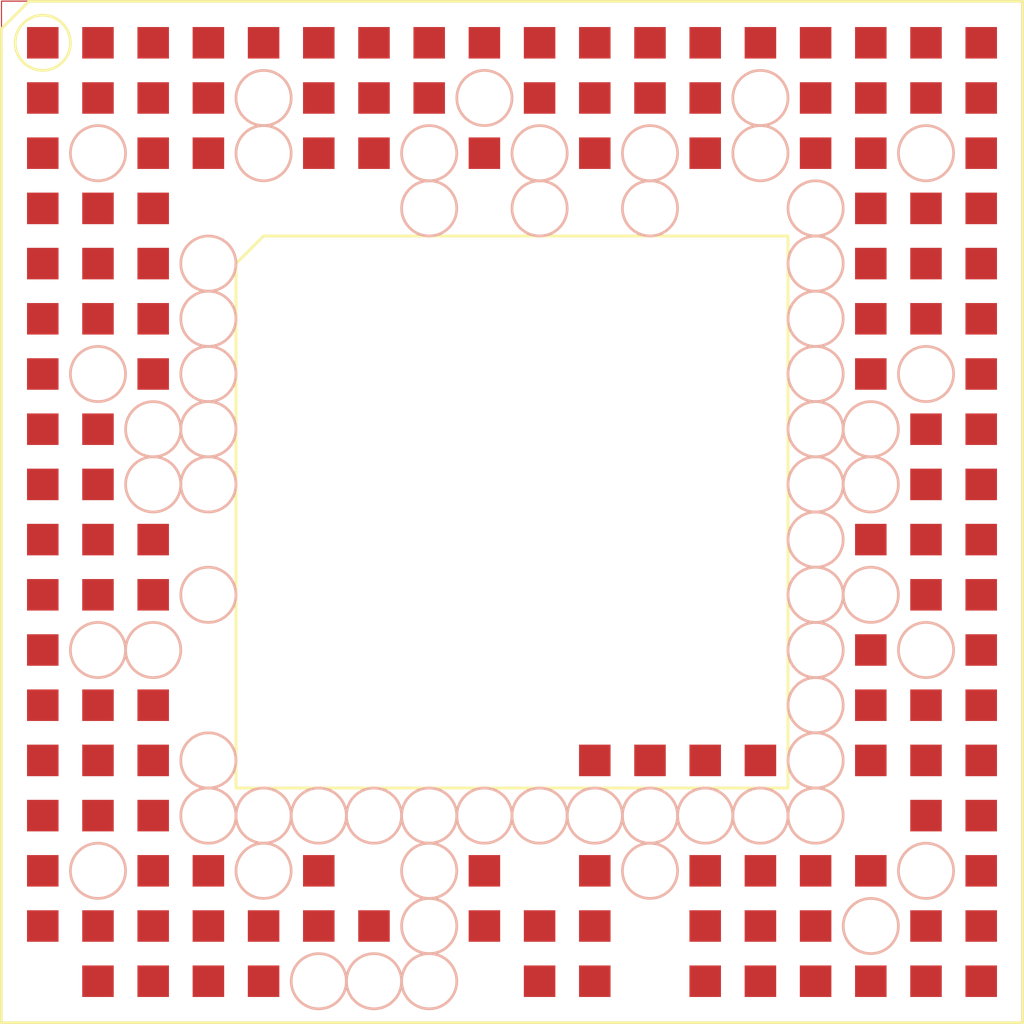
<source format=kicad_pcb>
(kicad_pcb (version 20171130) (host pcbnew 5.1.9)

  (general
    (thickness 1.6)
    (drawings 4)
    (tracks 0)
    (zones 0)
    (modules 2)
    (nets 6)
  )

  (page A4)
  (layers
    (0 Top signal)
    (31 Bottom signal)
    (32 B.Adhes user)
    (33 F.Adhes user)
    (34 B.Paste user)
    (35 F.Paste user)
    (36 B.SilkS user)
    (37 F.SilkS user)
    (38 B.Mask user)
    (39 F.Mask user)
    (40 Dwgs.User user)
    (41 Cmts.User user)
    (42 Eco1.User user)
    (43 Eco2.User user)
    (44 Edge.Cuts user)
    (45 Margin user)
    (46 B.CrtYd user)
    (47 F.CrtYd user)
    (48 B.Fab user)
    (49 F.Fab user)
  )

  (setup
    (last_trace_width 0.25)
    (user_trace_width 1.2)
    (user_trace_width 2)
    (user_trace_width 2.54)
    (user_trace_width 3)
    (user_trace_width 4)
    (trace_clearance 0.1524)
    (zone_clearance 0.000001)
    (zone_45_only yes)
    (trace_min 0.2)
    (via_size 0.8)
    (via_drill 0.4)
    (via_min_size 0.4)
    (via_min_drill 0.3)
    (uvia_size 0.3)
    (uvia_drill 0.1)
    (uvias_allowed no)
    (uvia_min_size 0.2)
    (uvia_min_drill 0.1)
    (edge_width 0.05)
    (segment_width 0.2)
    (pcb_text_width 0.3)
    (pcb_text_size 1.5 1.5)
    (mod_edge_width 0.12)
    (mod_text_size 1 1)
    (mod_text_width 0.15)
    (pad_size 0.9 0.4)
    (pad_drill 0)
    (pad_to_mask_clearance 0)
    (aux_axis_origin 0 0)
    (visible_elements FFFFFF7F)
    (pcbplotparams
      (layerselection 0x010fc_ffffffff)
      (usegerberextensions true)
      (usegerberattributes true)
      (usegerberadvancedattributes false)
      (creategerberjobfile false)
      (excludeedgelayer false)
      (linewidth 0.150000)
      (plotframeref false)
      (viasonmask false)
      (mode 1)
      (useauxorigin true)
      (hpglpennumber 1)
      (hpglpenspeed 20)
      (hpglpendiameter 15.000000)
      (psnegative false)
      (psa4output false)
      (plotreference true)
      (plotvalue true)
      (plotinvisibletext false)
      (padsonsilk false)
      (subtractmaskfromsilk false)
      (outputformat 1)
      (mirror false)
      (drillshape 0)
      (scaleselection 1)
      (outputdirectory "Gerber2/"))
  )

  (net 0 "")
  (net 1 GND)
  (net 2 IPL2)
  (net 3 IPL1)
  (net 4 IPL0)
  (net 5 CLKEN)

  (net_class Default "This is the default net class."
    (clearance 0.1524)
    (trace_width 0.25)
    (via_dia 0.8)
    (via_drill 0.4)
    (uvia_dia 0.3)
    (uvia_drill 0.1)
    (add_net CLKEN)
    (add_net GND)
    (add_net IPL0)
    (add_net IPL1)
    (add_net IPL2)
  )

  (module combined3:4-PIN-1.4HOLES (layer Top) (tedit 609A39F4) (tstamp 5DAE4A7D)
    (at 134.1392 126.076 180)
    (fp_text reference U4$1 (at 0 0 180) (layer F.SilkS) hide
      (effects (font (size 1.27 1.27) (thickness 0.15)) (justify right top))
    )
    (fp_text value 4POL (at 0 0 180) (layer F.SilkS) hide
      (effects (font (size 1.27 1.27) (thickness 0.15)) (justify right top))
    )
    (pad P4$4 smd rect (at -4.81 -1 180) (size 1.45 1.45) (layers Top F.Paste F.Mask)
      (net 2 IPL2) (solder_mask_margin 0.0762))
    (pad P4$3 smd rect (at -7.35 -1 180) (size 1.45 1.45) (layers Top F.Paste F.Mask)
      (net 3 IPL1) (solder_mask_margin 0.0762))
    (pad P4$2 smd rect (at -9.89 -1 180) (size 1.45 1.45) (layers Top F.Paste F.Mask)
      (net 4 IPL0) (solder_mask_margin 0.0762))
    (pad P4$1 smd rect (at -12.43 -1 180) (size 1.45 1.45) (layers Top F.Paste F.Mask)
      (net 5 CLKEN) (solder_mask_margin 0.0762))
  )

  (module Top_68060_mk2a:PGA206_BIG (layer Top) (tedit 609A39C6) (tstamp 5DAE47C2)
    (at 135.1392 115.646)
    (fp_text reference IC3 (at -22.225 -24.13 180) (layer F.SilkS) hide
      (effects (font (size 1.6891 1.6891) (thickness 0.1778)) (justify left top))
    )
    (fp_text value MC68060RCPGA_BIG (at -10.795 0.635 180) (layer F.Fab) hide
      (effects (font (size 1.6891 1.6891) (thickness 0.1778)) (justify left top))
    )
    (fp_circle (center -21.59 -21.59) (end -20.32 -21.59) (layer F.SilkS) (width 0.127))
    (fp_circle (center -13.97 11.43) (end -12.7 11.43) (layer B.SilkS) (width 0.127))
    (fp_circle (center 13.97 11.43) (end 15.24 11.43) (layer B.SilkS) (width 0.127))
    (fp_circle (center 13.97 8.89) (end 15.24 8.89) (layer B.SilkS) (width 0.127))
    (fp_circle (center 13.97 6.35) (end 15.24 6.35) (layer B.SilkS) (width 0.127))
    (fp_circle (center 13.97 3.81) (end 15.24 3.81) (layer B.SilkS) (width 0.127))
    (fp_circle (center 13.97 1.27) (end 15.24 1.27) (layer B.SilkS) (width 0.127))
    (fp_circle (center 13.97 -1.27) (end 15.24 -1.27) (layer B.SilkS) (width 0.127))
    (fp_circle (center 13.97 -3.81) (end 15.24 -3.81) (layer B.SilkS) (width 0.127))
    (fp_circle (center 13.97 -6.35) (end 15.24 -6.35) (layer B.SilkS) (width 0.127))
    (fp_circle (center 13.97 -8.89) (end 15.24 -8.89) (layer B.SilkS) (width 0.127))
    (fp_circle (center 13.97 -11.43) (end 15.24 -11.43) (layer B.SilkS) (width 0.127))
    (fp_circle (center 13.97 13.97) (end 15.24 13.97) (layer B.SilkS) (width 0.127))
    (fp_circle (center 11.43 13.97) (end 12.7 13.97) (layer B.SilkS) (width 0.127))
    (fp_circle (center 8.89 13.97) (end 10.16 13.97) (layer B.SilkS) (width 0.127))
    (fp_circle (center 6.35 13.97) (end 7.62 13.97) (layer B.SilkS) (width 0.127))
    (fp_circle (center 3.81 13.97) (end 5.08 13.97) (layer B.SilkS) (width 0.127))
    (fp_circle (center 1.27 13.97) (end 2.54 13.97) (layer B.SilkS) (width 0.127))
    (fp_circle (center -1.27 13.97) (end 0 13.97) (layer B.SilkS) (width 0.127))
    (fp_circle (center -3.81 13.97) (end -2.54 13.97) (layer B.SilkS) (width 0.127))
    (fp_circle (center -6.35 13.97) (end -5.08 13.97) (layer B.SilkS) (width 0.127))
    (fp_circle (center -8.89 13.97) (end -7.62 13.97) (layer B.SilkS) (width 0.127))
    (fp_circle (center -11.43 13.97) (end -10.16 13.97) (layer B.SilkS) (width 0.127))
    (fp_circle (center -13.97 13.97) (end -12.7 13.97) (layer B.SilkS) (width 0.127))
    (fp_circle (center -13.97 3.81) (end -12.7 3.81) (layer B.SilkS) (width 0.127))
    (fp_circle (center -13.97 -1.27) (end -12.7 -1.27) (layer B.SilkS) (width 0.127))
    (fp_circle (center -13.97 -3.81) (end -12.7 -3.81) (layer B.SilkS) (width 0.127))
    (fp_circle (center -13.97 -6.35) (end -12.7 -6.35) (layer B.SilkS) (width 0.127))
    (fp_circle (center -13.97 -8.89) (end -12.7 -8.89) (layer B.SilkS) (width 0.127))
    (fp_circle (center -13.97 -11.43) (end -12.7 -11.43) (layer B.SilkS) (width 0.127))
    (fp_circle (center 13.97 -13.97) (end 15.24 -13.97) (layer B.SilkS) (width 0.127))
    (fp_circle (center 6.35 -13.97) (end 7.62 -13.97) (layer B.SilkS) (width 0.127))
    (fp_circle (center 1.27 -13.97) (end 2.54 -13.97) (layer B.SilkS) (width 0.127))
    (fp_circle (center -3.81 -13.97) (end -2.54 -13.97) (layer B.SilkS) (width 0.127))
    (fp_circle (center 19.05 -6.35) (end 20.32 -6.35) (layer B.SilkS) (width 0.127))
    (fp_circle (center 19.05 6.35) (end 20.32 6.35) (layer B.SilkS) (width 0.127))
    (fp_circle (center 19.05 16.51) (end 20.32 16.51) (layer B.SilkS) (width 0.127))
    (fp_circle (center 16.51 19.05) (end 17.78 19.05) (layer B.SilkS) (width 0.127))
    (fp_circle (center 16.51 3.81) (end 17.78 3.81) (layer B.SilkS) (width 0.127))
    (fp_circle (center 16.51 -1.27) (end 17.78 -1.27) (layer B.SilkS) (width 0.127))
    (fp_circle (center 16.51 -3.81) (end 17.78 -3.81) (layer B.SilkS) (width 0.127))
    (fp_circle (center 19.05 -16.51) (end 20.32 -16.51) (layer B.SilkS) (width 0.127))
    (fp_circle (center 11.43 -16.51) (end 12.7 -16.51) (layer B.SilkS) (width 0.127))
    (fp_circle (center 11.43 -19.05) (end 12.7 -19.05) (layer B.SilkS) (width 0.127))
    (fp_circle (center -19.05 16.51) (end -17.78 16.51) (layer B.SilkS) (width 0.127))
    (fp_circle (center -11.43 16.51) (end -10.16 16.51) (layer B.SilkS) (width 0.127))
    (fp_circle (center -3.81 16.51) (end -2.54 16.51) (layer B.SilkS) (width 0.127))
    (fp_circle (center -3.81 19.05) (end -2.54 19.05) (layer B.SilkS) (width 0.127))
    (fp_circle (center 6.35 16.51) (end 7.62 16.51) (layer B.SilkS) (width 0.127))
    (fp_circle (center -16.51 -3.81) (end -15.24 -3.81) (layer B.SilkS) (width 0.127))
    (fp_circle (center -16.51 -1.27) (end -15.24 -1.27) (layer B.SilkS) (width 0.127))
    (fp_circle (center -16.51 6.35) (end -15.24 6.35) (layer B.SilkS) (width 0.127))
    (fp_circle (center -19.05 -16.51) (end -17.78 -16.51) (layer B.SilkS) (width 0.127))
    (fp_circle (center -11.43 -16.51) (end -10.16 -16.51) (layer B.SilkS) (width 0.127))
    (fp_circle (center -3.81 -16.51) (end -2.54 -16.51) (layer B.SilkS) (width 0.127))
    (fp_circle (center 1.27 -16.51) (end 2.54 -16.51) (layer B.SilkS) (width 0.127))
    (fp_circle (center 6.35 -16.51) (end 7.62 -16.51) (layer B.SilkS) (width 0.127))
    (fp_circle (center -8.89 21.59) (end -7.62 21.59) (layer B.SilkS) (width 0.127))
    (fp_circle (center -6.35 21.59) (end -5.08 21.59) (layer B.SilkS) (width 0.127))
    (fp_circle (center -3.81 21.59) (end -2.54 21.59) (layer B.SilkS) (width 0.127))
    (fp_circle (center -19.05 -6.35) (end -17.78 -6.35) (layer B.SilkS) (width 0.127))
    (fp_circle (center -19.05 6.35) (end -17.78 6.35) (layer B.SilkS) (width 0.127))
    (fp_circle (center -1.27 -19.05) (end 0 -19.05) (layer B.SilkS) (width 0.127))
    (fp_circle (center -11.43 -19.05) (end -10.16 -19.05) (layer B.SilkS) (width 0.127))
    (fp_line (start -12.7 -11.43) (end -12.7 12.7) (layer F.SilkS) (width 0.127))
    (fp_line (start -11.43 -12.7) (end -12.7 -11.43) (layer F.SilkS) (width 0.127))
    (fp_line (start -11.43 -12.7) (end 12.7 -12.7) (layer F.SilkS) (width 0.127))
    (fp_line (start 12.7 12.7) (end 12.7 -12.7) (layer F.SilkS) (width 0.127))
    (fp_line (start 12.7 12.7) (end -12.7 12.7) (layer F.SilkS) (width 0.127))
    (fp_line (start -23.495 -22.225) (end -22.225 -23.495) (layer F.SilkS) (width 0.127))
    (fp_line (start -23.495 23.495) (end -23.495 -22.225) (layer F.SilkS) (width 0.127))
    (fp_line (start 23.495 23.495) (end -23.495 23.495) (layer F.SilkS) (width 0.127))
    (fp_line (start 23.495 -23.495) (end 23.495 23.495) (layer F.SilkS) (width 0.127))
    (fp_line (start -22.225 -23.495) (end 23.495 -23.495) (layer F.SilkS) (width 0.127))
    (pad A18 smd rect (at 21.59 -21.59) (size 1.45 1.45) (layers Top F.Paste F.Mask)
      (solder_mask_margin 0.0762))
    (pad T18 smd rect (at 21.59 21.59) (size 1.45 1.45) (layers Top F.Paste F.Mask)
      (solder_mask_margin 0.0762))
    (pad S14 smd rect (at 11.43 19.05) (size 1.45 1.45) (layers Top F.Paste F.Mask)
      (solder_mask_margin 0.0762))
    (pad T14 smd rect (at 11.43 21.59) (size 1.45 1.45) (layers Top F.Paste F.Mask)
      (solder_mask_margin 0.0762))
    (pad T15 smd rect (at 13.97 21.59) (size 1.45 1.45) (layers Top F.Paste F.Mask)
      (solder_mask_margin 0.0762))
    (pad S15 smd rect (at 13.97 19.05) (size 1.45 1.45) (layers Top F.Paste F.Mask)
      (net 1 GND) (solder_mask_margin 0.0762))
    (pad R15 smd rect (at 13.97 16.51) (size 1.45 1.45) (layers Top F.Paste F.Mask)
      (solder_mask_margin 0.0762))
    (pad R14 smd rect (at 11.43 16.51) (size 1.45 1.45) (layers Top F.Paste F.Mask)
      (solder_mask_margin 0.0762))
    (pad S18 smd rect (at 21.59 19.05) (size 1.45 1.45) (layers Top F.Paste F.Mask)
      (solder_mask_margin 0.0762))
    (pad R18 smd rect (at 21.59 16.51) (size 1.45 1.45) (layers Top F.Paste F.Mask)
      (solder_mask_margin 0.0762))
    (pad Q18 smd rect (at 21.59 13.97) (size 1.45 1.45) (layers Top F.Paste F.Mask)
      (solder_mask_margin 0.0762))
    (pad P18 smd rect (at 21.59 11.43) (size 1.45 1.45) (layers Top F.Paste F.Mask)
      (solder_mask_margin 0.0762))
    (pad N18 smd rect (at 21.59 8.89) (size 1.45 1.45) (layers Top F.Paste F.Mask)
      (solder_mask_margin 0.0762))
    (pad M18 smd rect (at 21.59 6.35) (size 1.45 1.45) (layers Top F.Paste F.Mask)
      (solder_mask_margin 0.0762))
    (pad L18 smd rect (at 21.59 3.81) (size 1.45 1.45) (layers Top F.Paste F.Mask)
      (solder_mask_margin 0.0762))
    (pad K18 smd rect (at 21.59 1.27) (size 1.45 1.45) (layers Top F.Paste F.Mask)
      (solder_mask_margin 0.0762))
    (pad J18 smd rect (at 21.59 -1.27) (size 1.45 1.45) (layers Top F.Paste F.Mask)
      (solder_mask_margin 0.0762))
    (pad H18 smd rect (at 21.59 -3.81) (size 1.45 1.45) (layers Top F.Paste F.Mask)
      (solder_mask_margin 0.0762))
    (pad G18 smd rect (at 21.59 -6.35) (size 1.45 1.45) (layers Top F.Paste F.Mask)
      (solder_mask_margin 0.0762))
    (pad H17 smd rect (at 19.05 -3.81) (size 1.45 1.45) (layers Top F.Paste F.Mask)
      (net 1 GND) (solder_mask_margin 0.0762))
    (pad J17 smd rect (at 19.05 -1.27) (size 1.45 1.45) (layers Top F.Paste F.Mask)
      (solder_mask_margin 0.0762))
    (pad K17 smd rect (at 19.05 1.27) (size 1.45 1.45) (layers Top F.Paste F.Mask)
      (solder_mask_margin 0.0762))
    (pad L17 smd rect (at 19.05 3.81) (size 1.45 1.45) (layers Top F.Paste F.Mask)
      (net 1 GND) (solder_mask_margin 0.0762))
    (pad N17 smd rect (at 19.05 8.89) (size 1.45 1.45) (layers Top F.Paste F.Mask)
      (net 1 GND) (solder_mask_margin 0.0762))
    (pad P17 smd rect (at 19.05 11.43) (size 1.45 1.45) (layers Top F.Paste F.Mask)
      (solder_mask_margin 0.0762))
    (pad Q17 smd rect (at 19.05 13.97) (size 1.45 1.45) (layers Top F.Paste F.Mask)
      (net 1 GND) (solder_mask_margin 0.0762))
    (pad S17 smd rect (at 19.05 19.05) (size 1.45 1.45) (layers Top F.Paste F.Mask)
      (net 1 GND) (solder_mask_margin 0.0762))
    (pad T17 smd rect (at 19.05 21.59) (size 1.45 1.45) (layers Top F.Paste F.Mask)
      (solder_mask_margin 0.0762))
    (pad T16 smd rect (at 16.51 21.59) (size 1.45 1.45) (layers Top F.Paste F.Mask)
      (solder_mask_margin 0.0762))
    (pad R16 smd rect (at 16.51 16.51) (size 1.45 1.45) (layers Top F.Paste F.Mask)
      (solder_mask_margin 0.0762))
    (pad P16 smd rect (at 16.51 11.43) (size 1.45 1.45) (layers Top F.Paste F.Mask)
      (solder_mask_margin 0.0762))
    (pad N16 smd rect (at 16.51 8.89) (size 1.45 1.45) (layers Top F.Paste F.Mask)
      (solder_mask_margin 0.0762))
    (pad M16 smd rect (at 16.51 6.35) (size 1.45 1.45) (layers Top F.Paste F.Mask)
      (net 1 GND) (solder_mask_margin 0.0762))
    (pad K16 smd rect (at 16.51 1.27) (size 1.45 1.45) (layers Top F.Paste F.Mask)
      (net 1 GND) (solder_mask_margin 0.0762))
    (pad G16 smd rect (at 16.51 -6.35) (size 1.45 1.45) (layers Top F.Paste F.Mask)
      (solder_mask_margin 0.0762))
    (pad F18 smd rect (at 21.59 -8.89) (size 1.45 1.45) (layers Top F.Paste F.Mask)
      (solder_mask_margin 0.0762))
    (pad F17 smd rect (at 19.05 -8.89) (size 1.45 1.45) (layers Top F.Paste F.Mask)
      (net 1 GND) (solder_mask_margin 0.0762))
    (pad F16 smd rect (at 16.51 -8.89) (size 1.45 1.45) (layers Top F.Paste F.Mask)
      (solder_mask_margin 0.0762))
    (pad E18 smd rect (at 21.59 -11.43) (size 1.45 1.45) (layers Top F.Paste F.Mask)
      (solder_mask_margin 0.0762))
    (pad E17 smd rect (at 19.05 -11.43) (size 1.45 1.45) (layers Top F.Paste F.Mask)
      (solder_mask_margin 0.0762))
    (pad E16 smd rect (at 16.51 -11.43) (size 1.45 1.45) (layers Top F.Paste F.Mask)
      (solder_mask_margin 0.0762))
    (pad D18 smd rect (at 21.59 -13.97) (size 1.45 1.45) (layers Top F.Paste F.Mask)
      (solder_mask_margin 0.0762))
    (pad D17 smd rect (at 19.05 -13.97) (size 1.45 1.45) (layers Top F.Paste F.Mask)
      (net 1 GND) (solder_mask_margin 0.0762))
    (pad D16 smd rect (at 16.51 -13.97) (size 1.45 1.45) (layers Top F.Paste F.Mask)
      (solder_mask_margin 0.0762))
    (pad C18 smd rect (at 21.59 -16.51) (size 1.45 1.45) (layers Top F.Paste F.Mask)
      (solder_mask_margin 0.0762))
    (pad B18 smd rect (at 21.59 -19.05) (size 1.45 1.45) (layers Top F.Paste F.Mask)
      (solder_mask_margin 0.0762))
    (pad B17 smd rect (at 19.05 -19.05) (size 1.45 1.45) (layers Top F.Paste F.Mask)
      (net 1 GND) (solder_mask_margin 0.0762))
    (pad C16 smd rect (at 16.51 -16.51) (size 1.45 1.45) (layers Top F.Paste F.Mask)
      (solder_mask_margin 0.0762))
    (pad B16 smd rect (at 16.51 -19.05) (size 1.45 1.45) (layers Top F.Paste F.Mask)
      (solder_mask_margin 0.0762))
    (pad C15 smd rect (at 13.97 -16.51) (size 1.45 1.45) (layers Top F.Paste F.Mask)
      (solder_mask_margin 0.0762))
    (pad B15 smd rect (at 13.97 -19.05) (size 1.45 1.45) (layers Top F.Paste F.Mask)
      (net 1 GND) (solder_mask_margin 0.0762))
    (pad S02 smd rect (at -19.05 19.05) (size 1.45 1.45) (layers Top F.Paste F.Mask)
      (net 1 GND) (solder_mask_margin 0.0762))
    (pad T02 smd rect (at -19.05 21.59) (size 1.45 1.45) (layers Top F.Paste F.Mask)
      (solder_mask_margin 0.0762))
    (pad T03 smd rect (at -16.51 21.59) (size 1.45 1.45) (layers Top F.Paste F.Mask)
      (solder_mask_margin 0.0762))
    (pad S03 smd rect (at -16.51 19.05) (size 1.45 1.45) (layers Top F.Paste F.Mask)
      (solder_mask_margin 0.0762))
    (pad R03 smd rect (at -16.51 16.51) (size 1.45 1.45) (layers Top F.Paste F.Mask)
      (solder_mask_margin 0.0762))
    (pad Q03 smd rect (at -16.51 13.97) (size 1.45 1.45) (layers Top F.Paste F.Mask)
      (solder_mask_margin 0.0762))
    (pad Q02 smd rect (at -19.05 13.97) (size 1.45 1.45) (layers Top F.Paste F.Mask)
      (net 1 GND) (solder_mask_margin 0.0762))
    (pad P03 smd rect (at -16.51 11.43) (size 1.45 1.45) (layers Top F.Paste F.Mask)
      (solder_mask_margin 0.0762))
    (pad P02 smd rect (at -19.05 11.43) (size 1.45 1.45) (layers Top F.Paste F.Mask)
      (solder_mask_margin 0.0762))
    (pad A17 smd rect (at 19.05 -21.59) (size 1.45 1.45) (layers Top F.Paste F.Mask)
      (solder_mask_margin 0.0762))
    (pad A16 smd rect (at 16.51 -21.59) (size 1.45 1.45) (layers Top F.Paste F.Mask)
      (solder_mask_margin 0.0762))
    (pad A15 smd rect (at 13.97 -21.59) (size 1.45 1.45) (layers Top F.Paste F.Mask)
      (solder_mask_margin 0.0762))
    (pad A14 smd rect (at 11.43 -21.59) (size 1.45 1.45) (layers Top F.Paste F.Mask)
      (solder_mask_margin 0.0762))
    (pad S01 smd rect (at -21.59 19.05) (size 1.45 1.45) (layers Top F.Paste F.Mask)
      (solder_mask_margin 0.0762))
    (pad R01 smd rect (at -21.59 16.51) (size 1.45 1.45) (layers Top F.Paste F.Mask)
      (solder_mask_margin 0.0762))
    (pad Q01 smd rect (at -21.59 13.97) (size 1.45 1.45) (layers Top F.Paste F.Mask)
      (solder_mask_margin 0.0762))
    (pad P01 smd rect (at -21.59 11.43) (size 1.45 1.45) (layers Top F.Paste F.Mask)
      (solder_mask_margin 0.0762))
    (pad R04 smd rect (at -13.97 16.51) (size 1.45 1.45) (layers Top F.Paste F.Mask)
      (net 1 GND) (solder_mask_margin 0.0762))
    (pad R06 smd rect (at -8.89 16.51) (size 1.45 1.45) (layers Top F.Paste F.Mask)
      (net 1 GND) (solder_mask_margin 0.0762))
    (pad R09 smd rect (at -1.27 16.51) (size 1.45 1.45) (layers Top F.Paste F.Mask)
      (solder_mask_margin 0.0762))
    (pad R11 smd rect (at 3.81 16.51) (size 1.45 1.45) (layers Top F.Paste F.Mask)
      (net 1 GND) (solder_mask_margin 0.0762))
    (pad S11 smd rect (at 3.81 19.05) (size 1.45 1.45) (layers Top F.Paste F.Mask)
      (solder_mask_margin 0.0762))
    (pad S10 smd rect (at 1.27 19.05) (size 1.45 1.45) (layers Top F.Paste F.Mask)
      (net 1 GND) (solder_mask_margin 0.0762))
    (pad S09 smd rect (at -1.27 19.05) (size 1.45 1.45) (layers Top F.Paste F.Mask)
      (net 1 GND) (solder_mask_margin 0.0762))
    (pad S07 smd rect (at -6.35 19.05) (size 1.45 1.45) (layers Top F.Paste F.Mask)
      (solder_mask_margin 0.0762))
    (pad S06 smd rect (at -8.89 19.05) (size 1.45 1.45) (layers Top F.Paste F.Mask)
      (solder_mask_margin 0.0762))
    (pad S05 smd rect (at -11.43 19.05) (size 1.45 1.45) (layers Top F.Paste F.Mask)
      (solder_mask_margin 0.0762))
    (pad S04 smd rect (at -13.97 19.05) (size 1.45 1.45) (layers Top F.Paste F.Mask)
      (solder_mask_margin 0.0762))
    (pad D03 smd rect (at -16.51 -13.97) (size 1.45 1.45) (layers Top F.Paste F.Mask)
      (solder_mask_margin 0.0762))
    (pad E03 smd rect (at -16.51 -11.43) (size 1.45 1.45) (layers Top F.Paste F.Mask)
      (solder_mask_margin 0.0762))
    (pad F03 smd rect (at -16.51 -8.89) (size 1.45 1.45) (layers Top F.Paste F.Mask)
      (solder_mask_margin 0.0762))
    (pad G03 smd rect (at -16.51 -6.35) (size 1.45 1.45) (layers Top F.Paste F.Mask)
      (solder_mask_margin 0.0762))
    (pad K03 smd rect (at -16.51 1.27) (size 1.45 1.45) (layers Top F.Paste F.Mask)
      (net 1 GND) (solder_mask_margin 0.0762))
    (pad L03 smd rect (at -16.51 3.81) (size 1.45 1.45) (layers Top F.Paste F.Mask)
      (net 1 GND) (solder_mask_margin 0.0762))
    (pad N01 smd rect (at -21.59 8.89) (size 1.45 1.45) (layers Top F.Paste F.Mask)
      (solder_mask_margin 0.0762))
    (pad C03 smd rect (at -16.51 -16.51) (size 1.45 1.45) (layers Top F.Paste F.Mask)
      (solder_mask_margin 0.0762))
    (pad C04 smd rect (at -13.97 -16.51) (size 1.45 1.45) (layers Top F.Paste F.Mask)
      (solder_mask_margin 0.0762))
    (pad C06 smd rect (at -8.89 -16.51) (size 1.45 1.45) (layers Top F.Paste F.Mask)
      (net 1 GND) (solder_mask_margin 0.0762))
    (pad C07 smd rect (at -6.35 -16.51) (size 1.45 1.45) (layers Top F.Paste F.Mask)
      (net 1 GND) (solder_mask_margin 0.0762))
    (pad C09 smd rect (at -1.27 -16.51) (size 1.45 1.45) (layers Top F.Paste F.Mask)
      (net 1 GND) (solder_mask_margin 0.0762))
    (pad C11 smd rect (at 3.81 -16.51) (size 1.45 1.45) (layers Top F.Paste F.Mask)
      (net 1 GND) (solder_mask_margin 0.0762))
    (pad C01 smd rect (at -21.59 -16.51) (size 1.45 1.45) (layers Top F.Paste F.Mask)
      (solder_mask_margin 0.0762))
    (pad C13 smd rect (at 8.89 -16.51) (size 1.45 1.45) (layers Top F.Paste F.Mask)
      (net 1 GND) (solder_mask_margin 0.0762))
    (pad N03 smd rect (at -16.51 8.89) (size 1.45 1.45) (layers Top F.Paste F.Mask)
      (solder_mask_margin 0.0762))
    (pad T04 smd rect (at -13.97 21.59) (size 1.45 1.45) (layers Top F.Paste F.Mask)
      (solder_mask_margin 0.0762))
    (pad T05 smd rect (at -11.43 21.59) (size 1.45 1.45) (layers Top F.Paste F.Mask)
      (solder_mask_margin 0.0762))
    (pad T10 smd rect (at 1.27 21.59) (size 1.45 1.45) (layers Top F.Paste F.Mask)
      (solder_mask_margin 0.0762))
    (pad T11 smd rect (at 3.81 21.59) (size 1.45 1.45) (layers Top F.Paste F.Mask)
      (solder_mask_margin 0.0762))
    (pad T13 smd rect (at 8.89 21.59) (size 1.45 1.45) (layers Top F.Paste F.Mask)
      (solder_mask_margin 0.0762))
    (pad N02 smd rect (at -19.05 8.89) (size 1.45 1.45) (layers Top F.Paste F.Mask)
      (net 1 GND) (solder_mask_margin 0.0762))
    (pad D02 smd rect (at -19.05 -13.97) (size 1.45 1.45) (layers Top F.Paste F.Mask)
      (net 1 GND) (solder_mask_margin 0.0762))
    (pad E02 smd rect (at -19.05 -11.43) (size 1.45 1.45) (layers Top F.Paste F.Mask)
      (solder_mask_margin 0.0762))
    (pad F02 smd rect (at -19.05 -8.89) (size 1.45 1.45) (layers Top F.Paste F.Mask)
      (net 1 GND) (solder_mask_margin 0.0762))
    (pad H02 smd rect (at -19.05 -3.81) (size 1.45 1.45) (layers Top F.Paste F.Mask)
      (net 1 GND) (solder_mask_margin 0.0762))
    (pad J02 smd rect (at -19.05 -1.27) (size 1.45 1.45) (layers Top F.Paste F.Mask)
      (solder_mask_margin 0.0762))
    (pad K02 smd rect (at -19.05 1.27) (size 1.45 1.45) (layers Top F.Paste F.Mask)
      (solder_mask_margin 0.0762))
    (pad L02 smd rect (at -19.05 3.81) (size 1.45 1.45) (layers Top F.Paste F.Mask)
      (net 1 GND) (solder_mask_margin 0.0762))
    (pad S13 smd rect (at 8.89 19.05) (size 1.45 1.45) (layers Top F.Paste F.Mask)
      (solder_mask_margin 0.0762))
    (pad R13 smd rect (at 8.89 16.51) (size 1.45 1.45) (layers Top F.Paste F.Mask)
      (net 1 GND) (solder_mask_margin 0.0762))
    (pad B12 smd rect (at 6.35 -19.05) (size 1.45 1.45) (layers Top F.Paste F.Mask)
      (solder_mask_margin 0.0762))
    (pad B11 smd rect (at 3.81 -19.05) (size 1.45 1.45) (layers Top F.Paste F.Mask)
      (solder_mask_margin 0.0762))
    (pad B10 smd rect (at 1.27 -19.05) (size 1.45 1.45) (layers Top F.Paste F.Mask)
      (net 1 GND) (solder_mask_margin 0.0762))
    (pad B08 smd rect (at -3.81 -19.05) (size 1.45 1.45) (layers Top F.Paste F.Mask)
      (net 1 GND) (solder_mask_margin 0.0762))
    (pad B07 smd rect (at -6.35 -19.05) (size 1.45 1.45) (layers Top F.Paste F.Mask)
      (solder_mask_margin 0.0762))
    (pad B06 smd rect (at -8.89 -19.05) (size 1.45 1.45) (layers Top F.Paste F.Mask)
      (net 1 GND) (solder_mask_margin 0.0762))
    (pad B04 smd rect (at -13.97 -19.05) (size 1.45 1.45) (layers Top F.Paste F.Mask)
      (net 1 GND) (solder_mask_margin 0.0762))
    (pad B03 smd rect (at -16.51 -19.05) (size 1.45 1.45) (layers Top F.Paste F.Mask)
      (solder_mask_margin 0.0762))
    (pad B02 smd rect (at -19.05 -19.05) (size 1.45 1.45) (layers Top F.Paste F.Mask)
      (net 1 GND) (solder_mask_margin 0.0762))
    (pad B01 smd rect (at -21.59 -19.05) (size 1.45 1.45) (layers Top F.Paste F.Mask)
      (solder_mask_margin 0.0762))
    (pad D01 smd rect (at -21.59 -13.97) (size 1.45 1.45) (layers Top F.Paste F.Mask)
      (solder_mask_margin 0.0762))
    (pad E01 smd rect (at -21.59 -11.43) (size 1.45 1.45) (layers Top F.Paste F.Mask)
      (solder_mask_margin 0.0762))
    (pad F01 smd rect (at -21.59 -8.89) (size 1.45 1.45) (layers Top F.Paste F.Mask)
      (solder_mask_margin 0.0762))
    (pad G01 smd rect (at -21.59 -6.35) (size 1.45 1.45) (layers Top F.Paste F.Mask)
      (solder_mask_margin 0.0762))
    (pad H01 smd rect (at -21.59 -3.81) (size 1.45 1.45) (layers Top F.Paste F.Mask)
      (solder_mask_margin 0.0762))
    (pad J01 smd rect (at -21.59 -1.27) (size 1.45 1.45) (layers Top F.Paste F.Mask)
      (solder_mask_margin 0.0762))
    (pad K01 smd rect (at -21.59 1.27) (size 1.45 1.45) (layers Top F.Paste F.Mask)
      (solder_mask_margin 0.0762))
    (pad L01 smd rect (at -21.59 3.81) (size 1.45 1.45) (layers Top F.Paste F.Mask)
      (solder_mask_margin 0.0762))
    (pad M01 smd rect (at -21.59 6.35) (size 1.45 1.45) (layers Top F.Paste F.Mask)
      (solder_mask_margin 0.0762))
    (pad B13 smd rect (at 8.89 -19.05) (size 1.45 1.45) (layers Top F.Paste F.Mask)
      (net 1 GND) (solder_mask_margin 0.0762))
    (pad A13 smd rect (at 8.89 -21.59) (size 1.45 1.45) (layers Top F.Paste F.Mask)
      (solder_mask_margin 0.0762))
    (pad A12 smd rect (at 6.35 -21.59) (size 1.45 1.45) (layers Top F.Paste F.Mask)
      (solder_mask_margin 0.0762))
    (pad A11 smd rect (at 3.81 -21.59) (size 1.45 1.45) (layers Top F.Paste F.Mask)
      (solder_mask_margin 0.0762))
    (pad A10 smd rect (at 1.27 -21.59) (size 1.45 1.45) (layers Top F.Paste F.Mask)
      (solder_mask_margin 0.0762))
    (pad A09 smd rect (at -1.27 -21.59) (size 1.45 1.45) (layers Top F.Paste F.Mask)
      (solder_mask_margin 0.0762))
    (pad A08 smd rect (at -3.81 -21.59) (size 1.45 1.45) (layers Top F.Paste F.Mask)
      (solder_mask_margin 0.0762))
    (pad A07 smd rect (at -6.35 -21.59) (size 1.45 1.45) (layers Top F.Paste F.Mask)
      (solder_mask_margin 0.0762))
    (pad A06 smd rect (at -8.89 -21.59) (size 1.45 1.45) (layers Top F.Paste F.Mask)
      (solder_mask_margin 0.0762))
    (pad A05 smd rect (at -11.43 -21.59) (size 1.45 1.45) (layers Top F.Paste F.Mask)
      (solder_mask_margin 0.0762))
    (pad A04 smd rect (at -13.97 -21.59) (size 1.45 1.45) (layers Top F.Paste F.Mask)
      (solder_mask_margin 0.0762))
    (pad A03 smd rect (at -16.51 -21.59) (size 1.45 1.45) (layers Top F.Paste F.Mask)
      (solder_mask_margin 0.0762))
    (pad A02 smd rect (at -19.05 -21.59) (size 1.45 1.45) (layers Top F.Paste F.Mask)
      (solder_mask_margin 0.0762))
    (pad A01 smd rect (at -21.59 -21.59) (size 1.45 1.45) (layers Top F.Paste F.Mask)
      (solder_mask_margin 0.0762))
  )

  (gr_line (start 158.6 92.14) (end 111.65 92.14) (layer Top) (width 0.05) (tstamp 5DAE70DB))
  (gr_line (start 111.65 92.151) (end 111.65 139.141) (layer Top) (width 0.05) (tstamp 5DAE70A4))
  (gr_line (start 111.65 139.141) (end 158.6 139.141) (layer Top) (width 0.05) (tstamp 5DAE4D7A))
  (gr_line (start 158.6 139.141) (end 158.6 92.151) (layer Top) (width 0.05) (tstamp 5DAE4D77))

)

</source>
